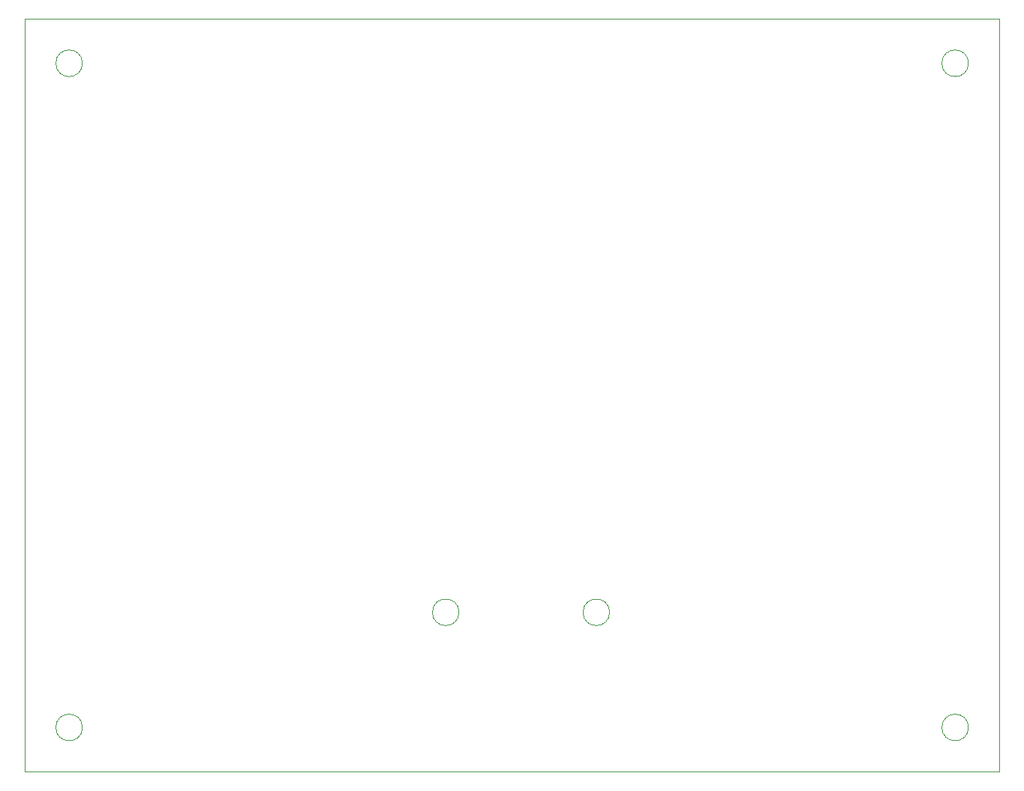
<source format=gbr>
G04 #@! TF.GenerationSoftware,KiCad,Pcbnew,7.0.6-7.0.6~ubuntu22.04.1*
G04 #@! TF.CreationDate,2023-07-18T11:05:32+02:00*
G04 #@! TF.ProjectId,YABR_Bot,59414252-5f42-46f7-942e-6b696361645f,1.0*
G04 #@! TF.SameCoordinates,Original*
G04 #@! TF.FileFunction,Profile,NP*
%FSLAX46Y46*%
G04 Gerber Fmt 4.6, Leading zero omitted, Abs format (unit mm)*
G04 Created by KiCad (PCBNEW 7.0.6-7.0.6~ubuntu22.04.1) date 2023-07-18 11:05:32*
%MOMM*%
%LPD*%
G01*
G04 APERTURE LIST*
G04 #@! TA.AperFunction,Profile*
%ADD10C,0.100000*%
G04 #@! TD*
G04 APERTURE END LIST*
D10*
X20000000Y-17000000D02*
X130000000Y-17000000D01*
X130000000Y-102000000D01*
X20000000Y-102000000D01*
X20000000Y-17000000D01*
X26500000Y-22000000D02*
G75*
G03*
X26500000Y-22000000I-1500000J0D01*
G01*
X86000000Y-84000000D02*
G75*
G03*
X86000000Y-84000000I-1500000J0D01*
G01*
X126500000Y-97000000D02*
G75*
G03*
X126500000Y-97000000I-1500000J0D01*
G01*
X126500000Y-22000000D02*
G75*
G03*
X126500000Y-22000000I-1500000J0D01*
G01*
X26500000Y-97000000D02*
G75*
G03*
X26500000Y-97000000I-1500000J0D01*
G01*
X69000000Y-84000000D02*
G75*
G03*
X69000000Y-84000000I-1500000J0D01*
G01*
M02*

</source>
